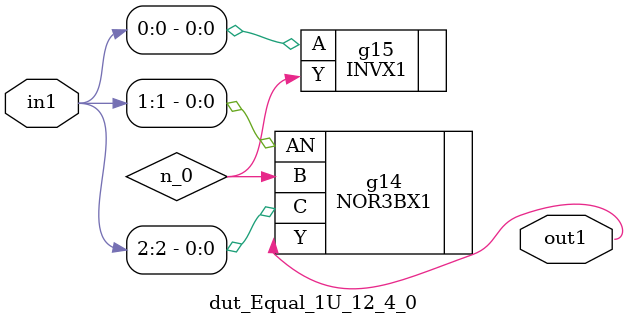
<source format=v>
`timescale 1ps / 1ps


module dut_Equal_1U_12_4_0(in1, out1);
  input [2:0] in1;
  output out1;
  wire [2:0] in1;
  wire out1;
  wire n_0;
  NOR3BX1 g14(.AN (in1[1]), .B (n_0), .C (in1[2]), .Y (out1));
  INVX1 g15(.A (in1[0]), .Y (n_0));
endmodule



</source>
